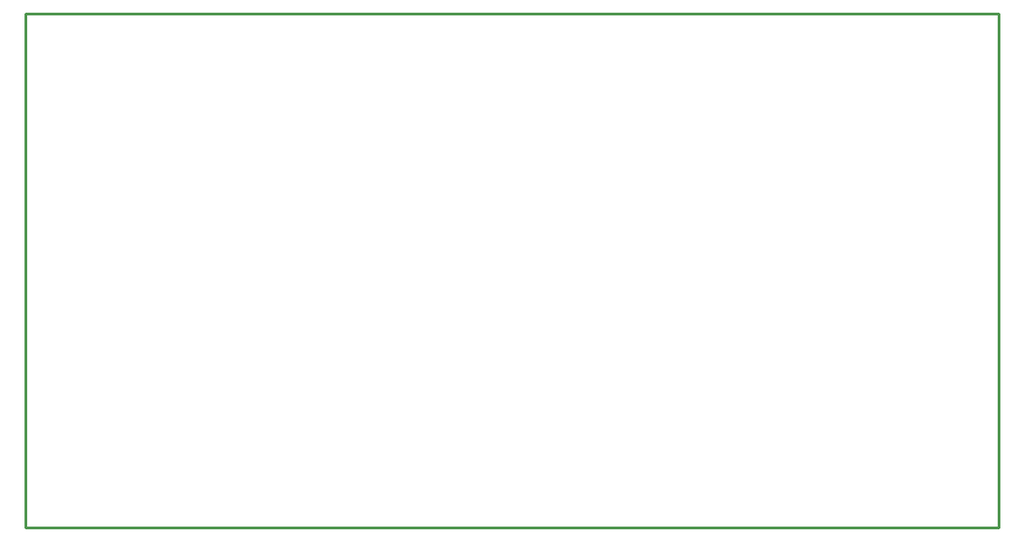
<source format=gko>
G04 Layer: BoardOutline*
G04 EasyEDA v6.4.19.4, 2021-05-27T12:50:32+05:30*
G04 Gerber Generator version 0.2*
G04 Scale: 100 percent, Rotated: No, Reflected: No *
G04 Dimensions in millimeters *
G04 leading zeros omitted , absolute positions ,4 integer and 5 decimal *
%FSLAX45Y45*%
%MOMM*%

%ADD10C,0.2540*%
D10*
X700023Y5700013D02*
G01*
X9779000Y5700013D01*
X9779000Y899921D01*
X700023Y899921D01*
X700023Y5700013D01*

%LPD*%
M02*

</source>
